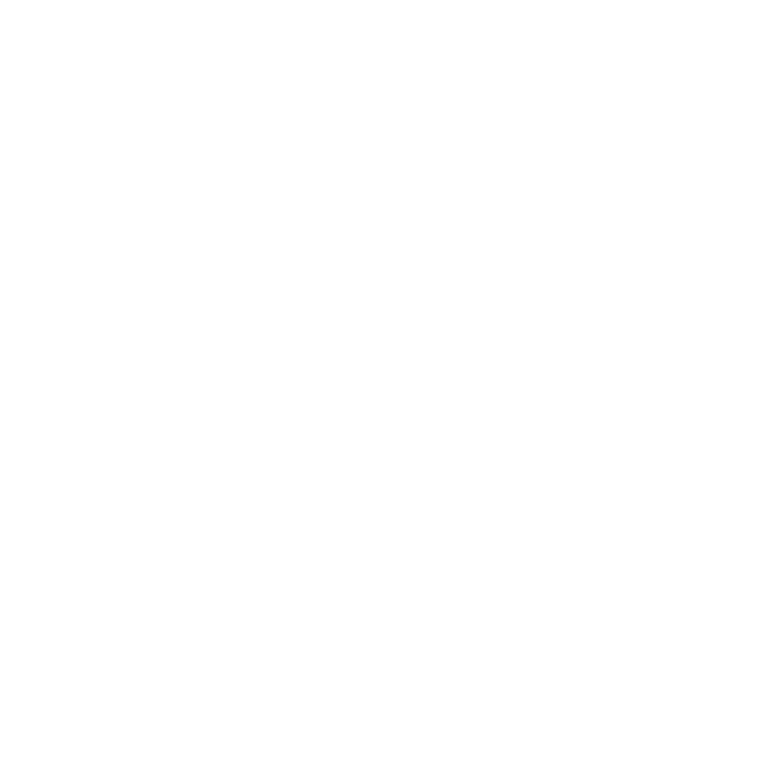
<source format=gbo>
%TF.GenerationSoftware,KiCad,Pcbnew,(5.1.9)-1*%
%TF.CreationDate,2021-08-11T17:59:35-06:00*%
%TF.ProjectId,VacuumFeedThruHDMI,56616375-756d-4466-9565-645468727548,rev?*%
%TF.SameCoordinates,Original*%
%TF.FileFunction,Legend,Bot*%
%TF.FilePolarity,Positive*%
%FSLAX46Y46*%
G04 Gerber Fmt 4.6, Leading zero omitted, Abs format (unit mm)*
G04 Created by KiCad (PCBNEW (5.1.9)-1) date 2021-08-11 17:59:35*
%MOMM*%
%LPD*%
G01*
G04 APERTURE LIST*
%ADD10C,0.300000*%
%ADD11C,0.150000*%
%ADD12O,4.500000X1.500000*%
%ADD13C,0.800000*%
%ADD14O,2.810000X2.810000*%
%ADD15O,0.920000X0.920000*%
%ADD16O,1.500000X4.500000*%
%ADD17C,10.000000*%
%ADD18C,0.254000*%
%ADD19C,0.100000*%
G04 APERTURE END LIST*
D10*
X-53192857Y48046428D02*
X-52692857Y46546428D01*
X-52192857Y48046428D01*
X-51050000Y46546428D02*
X-51050000Y47332142D01*
X-51121428Y47475000D01*
X-51264285Y47546428D01*
X-51550000Y47546428D01*
X-51692857Y47475000D01*
X-51050000Y46617857D02*
X-51192857Y46546428D01*
X-51550000Y46546428D01*
X-51692857Y46617857D01*
X-51764285Y46760714D01*
X-51764285Y46903571D01*
X-51692857Y47046428D01*
X-51550000Y47117857D01*
X-51192857Y47117857D01*
X-51050000Y47189285D01*
X-49692857Y46617857D02*
X-49835714Y46546428D01*
X-50121428Y46546428D01*
X-50264285Y46617857D01*
X-50335714Y46689285D01*
X-50407142Y46832142D01*
X-50407142Y47260714D01*
X-50335714Y47403571D01*
X-50264285Y47475000D01*
X-50121428Y47546428D01*
X-49835714Y47546428D01*
X-49692857Y47475000D01*
X-48407142Y47546428D02*
X-48407142Y46546428D01*
X-49050000Y47546428D02*
X-49050000Y46760714D01*
X-48978571Y46617857D01*
X-48835714Y46546428D01*
X-48621428Y46546428D01*
X-48478571Y46617857D01*
X-48407142Y46689285D01*
X-47050000Y47546428D02*
X-47050000Y46546428D01*
X-47692857Y47546428D02*
X-47692857Y46760714D01*
X-47621428Y46617857D01*
X-47478571Y46546428D01*
X-47264285Y46546428D01*
X-47121428Y46617857D01*
X-47050000Y46689285D01*
X-46335714Y46546428D02*
X-46335714Y47546428D01*
X-46335714Y47403571D02*
X-46264285Y47475000D01*
X-46121428Y47546428D01*
X-45907142Y47546428D01*
X-45764285Y47475000D01*
X-45692857Y47332142D01*
X-45692857Y46546428D01*
X-45692857Y47332142D02*
X-45621428Y47475000D01*
X-45478571Y47546428D01*
X-45264285Y47546428D01*
X-45121428Y47475000D01*
X-45050000Y47332142D01*
X-45050000Y46546428D01*
X-43835714Y47332142D02*
X-44335714Y47332142D01*
X-44335714Y46546428D02*
X-44335714Y48046428D01*
X-43621428Y48046428D01*
X-43264285Y48046428D02*
X-42407142Y48046428D01*
X-42835714Y46546428D02*
X-42835714Y48046428D01*
X-42264285Y46403571D02*
X-41121428Y46403571D01*
X-40764285Y46546428D02*
X-40764285Y48046428D01*
X-40764285Y47332142D02*
X-39907142Y47332142D01*
X-39907142Y46546428D02*
X-39907142Y48046428D01*
X-39192857Y46546428D02*
X-39192857Y48046428D01*
X-38835714Y48046428D01*
X-38621428Y47975000D01*
X-38478571Y47832142D01*
X-38407142Y47689285D01*
X-38335714Y47403571D01*
X-38335714Y47189285D01*
X-38407142Y46903571D01*
X-38478571Y46760714D01*
X-38621428Y46617857D01*
X-38835714Y46546428D01*
X-39192857Y46546428D01*
X-37692857Y46546428D02*
X-37692857Y48046428D01*
X-37192857Y46975000D01*
X-36692857Y48046428D01*
X-36692857Y46546428D01*
X-35978571Y46546428D02*
X-35978571Y48046428D01*
X-35621428Y46403571D02*
X-34478571Y46403571D01*
X-34335714Y48046428D02*
X-33835714Y46546428D01*
X-33335714Y48046428D01*
X-32050000Y46546428D02*
X-32907142Y46546428D01*
X-32478571Y46546428D02*
X-32478571Y48046428D01*
X-32621428Y47832142D01*
X-32764285Y47689285D01*
X-32907142Y47617857D01*
X-49407142Y44425000D02*
X-48692857Y44425000D01*
X-49550000Y43996428D02*
X-49050000Y45496428D01*
X-48550000Y43996428D01*
X-47407142Y44996428D02*
X-47407142Y43996428D01*
X-48050000Y44996428D02*
X-48050000Y44210714D01*
X-47978571Y44067857D01*
X-47835714Y43996428D01*
X-47621428Y43996428D01*
X-47478571Y44067857D01*
X-47407142Y44139285D01*
X-46050000Y44996428D02*
X-46050000Y43782142D01*
X-46121428Y43639285D01*
X-46192857Y43567857D01*
X-46335714Y43496428D01*
X-46550000Y43496428D01*
X-46692857Y43567857D01*
X-46050000Y44067857D02*
X-46192857Y43996428D01*
X-46478571Y43996428D01*
X-46621428Y44067857D01*
X-46692857Y44139285D01*
X-46764285Y44282142D01*
X-46764285Y44710714D01*
X-46692857Y44853571D01*
X-46621428Y44925000D01*
X-46478571Y44996428D01*
X-46192857Y44996428D01*
X-46050000Y44925000D01*
X-44692857Y44996428D02*
X-44692857Y43996428D01*
X-45335714Y44996428D02*
X-45335714Y44210714D01*
X-45264285Y44067857D01*
X-45121428Y43996428D01*
X-44907142Y43996428D01*
X-44764285Y44067857D01*
X-44692857Y44139285D01*
X-44050000Y44067857D02*
X-43907142Y43996428D01*
X-43621428Y43996428D01*
X-43478571Y44067857D01*
X-43407142Y44210714D01*
X-43407142Y44282142D01*
X-43478571Y44425000D01*
X-43621428Y44496428D01*
X-43835714Y44496428D01*
X-43978571Y44567857D01*
X-44050000Y44710714D01*
X-44050000Y44782142D01*
X-43978571Y44925000D01*
X-43835714Y44996428D01*
X-43621428Y44996428D01*
X-43478571Y44925000D01*
X-42978571Y44996428D02*
X-42407142Y44996428D01*
X-42764285Y45496428D02*
X-42764285Y44210714D01*
X-42692857Y44067857D01*
X-42550000Y43996428D01*
X-42407142Y43996428D01*
X-40835714Y45353571D02*
X-40764285Y45425000D01*
X-40621428Y45496428D01*
X-40264285Y45496428D01*
X-40121428Y45425000D01*
X-40050000Y45353571D01*
X-39978571Y45210714D01*
X-39978571Y45067857D01*
X-40050000Y44853571D01*
X-40907142Y43996428D01*
X-39978571Y43996428D01*
X-39050000Y45496428D02*
X-38907142Y45496428D01*
X-38764285Y45425000D01*
X-38692857Y45353571D01*
X-38621428Y45210714D01*
X-38550000Y44925000D01*
X-38550000Y44567857D01*
X-38621428Y44282142D01*
X-38692857Y44139285D01*
X-38764285Y44067857D01*
X-38907142Y43996428D01*
X-39050000Y43996428D01*
X-39192857Y44067857D01*
X-39264285Y44139285D01*
X-39335714Y44282142D01*
X-39407142Y44567857D01*
X-39407142Y44925000D01*
X-39335714Y45210714D01*
X-39264285Y45353571D01*
X-39192857Y45425000D01*
X-39050000Y45496428D01*
X-37978571Y45353571D02*
X-37907142Y45425000D01*
X-37764285Y45496428D01*
X-37407142Y45496428D01*
X-37264285Y45425000D01*
X-37192857Y45353571D01*
X-37121428Y45210714D01*
X-37121428Y45067857D01*
X-37192857Y44853571D01*
X-38050000Y43996428D01*
X-37121428Y43996428D01*
X-35692857Y43996428D02*
X-36550000Y43996428D01*
X-36121428Y43996428D02*
X-36121428Y45496428D01*
X-36264285Y45282142D01*
X-36407142Y45139285D01*
X-36550000Y45067857D01*
X-51407142Y41446428D02*
X-51907142Y42160714D01*
X-52264285Y41446428D02*
X-52264285Y42946428D01*
X-51692857Y42946428D01*
X-51550000Y42875000D01*
X-51478571Y42803571D01*
X-51407142Y42660714D01*
X-51407142Y42446428D01*
X-51478571Y42303571D01*
X-51550000Y42232142D01*
X-51692857Y42160714D01*
X-52264285Y42160714D01*
X-50907142Y42446428D02*
X-50550000Y41446428D01*
X-50192857Y42446428D02*
X-50550000Y41446428D01*
X-50692857Y41089285D01*
X-50764285Y41017857D01*
X-50907142Y40946428D01*
X-48978571Y41446428D02*
X-48978571Y42232142D01*
X-49050000Y42375000D01*
X-49192857Y42446428D01*
X-49478571Y42446428D01*
X-49621428Y42375000D01*
X-48978571Y41517857D02*
X-49121428Y41446428D01*
X-49478571Y41446428D01*
X-49621428Y41517857D01*
X-49692857Y41660714D01*
X-49692857Y41803571D01*
X-49621428Y41946428D01*
X-49478571Y42017857D01*
X-49121428Y42017857D01*
X-48978571Y42089285D01*
X-48264285Y42446428D02*
X-48264285Y41446428D01*
X-48264285Y42303571D02*
X-48192857Y42375000D01*
X-48050000Y42446428D01*
X-47835714Y42446428D01*
X-47692857Y42375000D01*
X-47621428Y42232142D01*
X-47621428Y41446428D01*
X-45764285Y41446428D02*
X-45764285Y42946428D01*
X-45264285Y41875000D01*
X-44764285Y42946428D01*
X-44764285Y41446428D01*
X-43835714Y41446428D02*
X-43978571Y41517857D01*
X-44050000Y41589285D01*
X-44121428Y41732142D01*
X-44121428Y42160714D01*
X-44050000Y42303571D01*
X-43978571Y42375000D01*
X-43835714Y42446428D01*
X-43621428Y42446428D01*
X-43478571Y42375000D01*
X-43407142Y42303571D01*
X-43335714Y42160714D01*
X-43335714Y41732142D01*
X-43407142Y41589285D01*
X-43478571Y41517857D01*
X-43621428Y41446428D01*
X-43835714Y41446428D01*
X-42692857Y41446428D02*
X-42692857Y42446428D01*
X-42692857Y42160714D02*
X-42621428Y42303571D01*
X-42550000Y42375000D01*
X-42407142Y42446428D01*
X-42264285Y42446428D01*
X-41121428Y42446428D02*
X-41121428Y41232142D01*
X-41192857Y41089285D01*
X-41264285Y41017857D01*
X-41407142Y40946428D01*
X-41621428Y40946428D01*
X-41764285Y41017857D01*
X-41121428Y41517857D02*
X-41264285Y41446428D01*
X-41550000Y41446428D01*
X-41692857Y41517857D01*
X-41764285Y41589285D01*
X-41835714Y41732142D01*
X-41835714Y42160714D01*
X-41764285Y42303571D01*
X-41692857Y42375000D01*
X-41550000Y42446428D01*
X-41264285Y42446428D01*
X-41121428Y42375000D01*
X-39835714Y41517857D02*
X-39978571Y41446428D01*
X-40264285Y41446428D01*
X-40407142Y41517857D01*
X-40478571Y41660714D01*
X-40478571Y42232142D01*
X-40407142Y42375000D01*
X-40264285Y42446428D01*
X-39978571Y42446428D01*
X-39835714Y42375000D01*
X-39764285Y42232142D01*
X-39764285Y42089285D01*
X-40478571Y41946428D01*
X-39121428Y42446428D02*
X-39121428Y41446428D01*
X-39121428Y42303571D02*
X-39050000Y42375000D01*
X-38907142Y42446428D01*
X-38692857Y42446428D01*
X-38550000Y42375000D01*
X-38478571Y42232142D01*
X-38478571Y41446428D01*
X-37835714Y41517857D02*
X-37692857Y41446428D01*
X-37407142Y41446428D01*
X-37264285Y41517857D01*
X-37192857Y41660714D01*
X-37192857Y41732142D01*
X-37264285Y41875000D01*
X-37407142Y41946428D01*
X-37621428Y41946428D01*
X-37764285Y42017857D01*
X-37835714Y42160714D01*
X-37835714Y42232142D01*
X-37764285Y42375000D01*
X-37621428Y42446428D01*
X-37407142Y42446428D01*
X-37264285Y42375000D01*
X-36764285Y42446428D02*
X-36192857Y42446428D01*
X-36550000Y42946428D02*
X-36550000Y41660714D01*
X-36478571Y41517857D01*
X-36335714Y41446428D01*
X-36192857Y41446428D01*
X-35121428Y41517857D02*
X-35264285Y41446428D01*
X-35550000Y41446428D01*
X-35692857Y41517857D01*
X-35764285Y41660714D01*
X-35764285Y42232142D01*
X-35692857Y42375000D01*
X-35550000Y42446428D01*
X-35264285Y42446428D01*
X-35121428Y42375000D01*
X-35050000Y42232142D01*
X-35050000Y42089285D01*
X-35764285Y41946428D01*
X-34407142Y41446428D02*
X-34407142Y42446428D01*
X-34407142Y42160714D02*
X-34335714Y42303571D01*
X-34264285Y42375000D01*
X-34121428Y42446428D01*
X-33978571Y42446428D01*
X-33478571Y42446428D02*
X-33478571Y41446428D01*
X-33478571Y42303571D02*
X-33407142Y42375000D01*
X-33264285Y42446428D01*
X-33050000Y42446428D01*
X-32907142Y42375000D01*
X-32835714Y42232142D01*
X-32835714Y41446428D01*
X-49692857Y40396428D02*
X-49192857Y38896428D01*
X-48692857Y40396428D01*
X-47550000Y38896428D02*
X-47550000Y39682142D01*
X-47621428Y39825000D01*
X-47764285Y39896428D01*
X-48050000Y39896428D01*
X-48192857Y39825000D01*
X-47550000Y38967857D02*
X-47692857Y38896428D01*
X-48050000Y38896428D01*
X-48192857Y38967857D01*
X-48264285Y39110714D01*
X-48264285Y39253571D01*
X-48192857Y39396428D01*
X-48050000Y39467857D01*
X-47692857Y39467857D01*
X-47550000Y39539285D01*
X-46192857Y38967857D02*
X-46335714Y38896428D01*
X-46621428Y38896428D01*
X-46764285Y38967857D01*
X-46835714Y39039285D01*
X-46907142Y39182142D01*
X-46907142Y39610714D01*
X-46835714Y39753571D01*
X-46764285Y39825000D01*
X-46621428Y39896428D01*
X-46335714Y39896428D01*
X-46192857Y39825000D01*
X-44907142Y39896428D02*
X-44907142Y38896428D01*
X-45550000Y39896428D02*
X-45550000Y39110714D01*
X-45478571Y38967857D01*
X-45335714Y38896428D01*
X-45121428Y38896428D01*
X-44978571Y38967857D01*
X-44907142Y39039285D01*
X-43550000Y39896428D02*
X-43550000Y38896428D01*
X-44192857Y39896428D02*
X-44192857Y39110714D01*
X-44121428Y38967857D01*
X-43978571Y38896428D01*
X-43764285Y38896428D01*
X-43621428Y38967857D01*
X-43550000Y39039285D01*
X-42835714Y38896428D02*
X-42835714Y39896428D01*
X-42835714Y39753571D02*
X-42764285Y39825000D01*
X-42621428Y39896428D01*
X-42407142Y39896428D01*
X-42264285Y39825000D01*
X-42192857Y39682142D01*
X-42192857Y38896428D01*
X-42192857Y39682142D02*
X-42121428Y39825000D01*
X-41978571Y39896428D01*
X-41764285Y39896428D01*
X-41621428Y39825000D01*
X-41550000Y39682142D01*
X-41550000Y38896428D01*
X-39764285Y38967857D02*
X-39550000Y38896428D01*
X-39192857Y38896428D01*
X-39050000Y38967857D01*
X-38978571Y39039285D01*
X-38907142Y39182142D01*
X-38907142Y39325000D01*
X-38978571Y39467857D01*
X-39050000Y39539285D01*
X-39192857Y39610714D01*
X-39478571Y39682142D01*
X-39621428Y39753571D01*
X-39692857Y39825000D01*
X-39764285Y39967857D01*
X-39764285Y40110714D01*
X-39692857Y40253571D01*
X-39621428Y40325000D01*
X-39478571Y40396428D01*
X-39121428Y40396428D01*
X-38907142Y40325000D01*
X-38264285Y38896428D02*
X-38264285Y39896428D01*
X-38264285Y40396428D02*
X-38335714Y40325000D01*
X-38264285Y40253571D01*
X-38192857Y40325000D01*
X-38264285Y40396428D01*
X-38264285Y40253571D01*
X-36907142Y38896428D02*
X-36907142Y40396428D01*
X-36907142Y38967857D02*
X-37050000Y38896428D01*
X-37335714Y38896428D01*
X-37478571Y38967857D01*
X-37550000Y39039285D01*
X-37621428Y39182142D01*
X-37621428Y39610714D01*
X-37550000Y39753571D01*
X-37478571Y39825000D01*
X-37335714Y39896428D01*
X-37050000Y39896428D01*
X-36907142Y39825000D01*
X-35621428Y38967857D02*
X-35764285Y38896428D01*
X-36050000Y38896428D01*
X-36192857Y38967857D01*
X-36264285Y39110714D01*
X-36264285Y39682142D01*
X-36192857Y39825000D01*
X-36050000Y39896428D01*
X-35764285Y39896428D01*
X-35621428Y39825000D01*
X-35550000Y39682142D01*
X-35550000Y39539285D01*
X-36264285Y39396428D01*
D11*
%TO.C,M3*%
X9080000Y-12960000D02*
X-8080000Y-12960000D01*
X9080000Y-9940000D02*
X9080000Y-12960000D01*
X-9080000Y-9940000D02*
X9080000Y-9940000D01*
X-9080000Y-11960000D02*
X-9080000Y-9940000D01*
X-8080000Y-12960000D02*
X-9080000Y-11960000D01*
%TO.C,M1*%
X9080000Y11040000D02*
X-8080000Y11040000D01*
X9080000Y14060000D02*
X9080000Y11040000D01*
X-9080000Y14060000D02*
X9080000Y14060000D01*
X-9080000Y12040000D02*
X-9080000Y14060000D01*
X-8080000Y11040000D02*
X-9080000Y12040000D01*
%TO.C,M2*%
X9080000Y-960000D02*
X-8080000Y-960000D01*
X9080000Y2060000D02*
X9080000Y-960000D01*
X-9080000Y2060000D02*
X9080000Y2060000D01*
X-9080000Y40000D02*
X-9080000Y2060000D01*
X-8080000Y-960000D02*
X-9080000Y40000D01*
%TO.C,M3*%
X971428Y-9282857D02*
X971428Y-8082857D01*
X571428Y-8940000D01*
X171428Y-8082857D01*
X171428Y-9282857D01*
X-285714Y-8082857D02*
X-1028571Y-8082857D01*
X-628571Y-8540000D01*
X-800000Y-8540000D01*
X-914285Y-8597142D01*
X-971428Y-8654285D01*
X-1028571Y-8768571D01*
X-1028571Y-9054285D01*
X-971428Y-9168571D01*
X-914285Y-9225714D01*
X-800000Y-9282857D01*
X-457142Y-9282857D01*
X-342857Y-9225714D01*
X-285714Y-9168571D01*
X-7905714Y-14442380D02*
X-7334285Y-14442380D01*
X-7619999Y-14442380D02*
X-7619999Y-13442380D01*
X-7524761Y-13585238D01*
X-7429523Y-13680476D01*
X-7334285Y-13728095D01*
%TO.C,M1*%
X971428Y14717142D02*
X971428Y15917142D01*
X571428Y15060000D01*
X171428Y15917142D01*
X171428Y14717142D01*
X-1028571Y14717142D02*
X-342857Y14717142D01*
X-685714Y14717142D02*
X-685714Y15917142D01*
X-571428Y15745714D01*
X-457142Y15631428D01*
X-342857Y15574285D01*
X-7905714Y9557619D02*
X-7334285Y9557619D01*
X-7619999Y9557619D02*
X-7619999Y10557619D01*
X-7524761Y10414761D01*
X-7429523Y10319523D01*
X-7334285Y10271904D01*
%TO.C,M2*%
X971428Y2717142D02*
X971428Y3917142D01*
X571428Y3060000D01*
X171428Y3917142D01*
X171428Y2717142D01*
X-342857Y3802857D02*
X-400000Y3860000D01*
X-514285Y3917142D01*
X-800000Y3917142D01*
X-914285Y3860000D01*
X-971428Y3802857D01*
X-1028571Y3688571D01*
X-1028571Y3574285D01*
X-971428Y3402857D01*
X-285714Y2717142D01*
X-1028571Y2717142D01*
X-7905714Y-2442380D02*
X-7334285Y-2442380D01*
X-7619999Y-2442380D02*
X-7619999Y-1442380D01*
X-7524761Y-1585238D01*
X-7429523Y-1680476D01*
X-7334285Y-1728095D01*
%TD*%
%LPC*%
D12*
%TO.C,J9*%
X16000000Y-56250000D03*
X16000000Y-69750000D03*
D13*
X15100000Y-58500000D03*
X16900000Y-59000000D03*
X15100000Y-59500000D03*
X16900000Y-60000000D03*
X15100000Y-60500000D03*
X16900000Y-61000000D03*
X15100000Y-61500000D03*
X16900000Y-62000000D03*
X15100000Y-62500000D03*
X16900000Y-63000000D03*
X15100000Y-63500000D03*
X16900000Y-64000000D03*
X15100000Y-64500000D03*
X16900000Y-65000000D03*
X15100000Y-65500000D03*
X16900000Y-66000000D03*
X15100000Y-66500000D03*
X16900000Y-67000000D03*
X15100000Y-67500000D03*
%TD*%
D14*
%TO.C,M3*%
X-12275000Y-11450000D03*
X12275000Y-11450000D03*
D15*
X7620000Y-12000000D03*
X6985000Y-10900000D03*
X6350000Y-12000000D03*
X5715000Y-10900000D03*
X5080000Y-12000000D03*
X4445000Y-10900000D03*
X3810000Y-12000000D03*
X3175000Y-10900000D03*
X2540000Y-12000000D03*
X1905000Y-10900000D03*
X1270000Y-12000000D03*
X635000Y-10900000D03*
X0Y-12000000D03*
X-635000Y-10900000D03*
X-1270000Y-12000000D03*
X-1905000Y-10900000D03*
X-2540000Y-12000000D03*
X-3175000Y-10900000D03*
X-3810000Y-12000000D03*
X-4445000Y-10900000D03*
X-5080000Y-12000000D03*
X-5715000Y-10900000D03*
X-6350000Y-12000000D03*
X-6985000Y-10900000D03*
X-7620000Y-12000000D03*
%TD*%
D12*
%TO.C,J7*%
X-16000000Y-56250000D03*
X-16000000Y-69750000D03*
D13*
X-16900000Y-58500000D03*
X-15100000Y-59000000D03*
X-16900000Y-59500000D03*
X-15100000Y-60000000D03*
X-16900000Y-60500000D03*
X-15100000Y-61000000D03*
X-16900000Y-61500000D03*
X-15100000Y-62000000D03*
X-16900000Y-62500000D03*
X-15100000Y-63000000D03*
X-16900000Y-63500000D03*
X-15100000Y-64000000D03*
X-16900000Y-64500000D03*
X-15100000Y-65000000D03*
X-16900000Y-65500000D03*
X-15100000Y-66000000D03*
X-16900000Y-66500000D03*
X-15100000Y-67000000D03*
X-16900000Y-67500000D03*
%TD*%
D12*
%TO.C,J8*%
X0Y-56250000D03*
X0Y-69750000D03*
D13*
X-900000Y-58500000D03*
X900000Y-59000000D03*
X-900000Y-59500000D03*
X900000Y-60000000D03*
X-900000Y-60500000D03*
X900000Y-61000000D03*
X-900000Y-61500000D03*
X900000Y-62000000D03*
X-900000Y-62500000D03*
X900000Y-63000000D03*
X-900000Y-63500000D03*
X900000Y-64000000D03*
X-900000Y-64500000D03*
X900000Y-65000000D03*
X-900000Y-65500000D03*
X900000Y-66000000D03*
X-900000Y-66500000D03*
X900000Y-67000000D03*
X-900000Y-67500000D03*
%TD*%
D14*
%TO.C,M1*%
X-12275000Y12550000D03*
X12275000Y12550000D03*
D15*
X7620000Y12000000D03*
X6985000Y13100000D03*
X6350000Y12000000D03*
X5715000Y13100000D03*
X5080000Y12000000D03*
X4445000Y13100000D03*
X3810000Y12000000D03*
X3175000Y13100000D03*
X2540000Y12000000D03*
X1905000Y13100000D03*
X1270000Y12000000D03*
X635000Y13100000D03*
X0Y12000000D03*
X-635000Y13100000D03*
X-1270000Y12000000D03*
X-1905000Y13100000D03*
X-2540000Y12000000D03*
X-3175000Y13100000D03*
X-3810000Y12000000D03*
X-4445000Y13100000D03*
X-5080000Y12000000D03*
X-5715000Y13100000D03*
X-6350000Y12000000D03*
X-6985000Y13100000D03*
X-7620000Y12000000D03*
%TD*%
D12*
%TO.C,J3*%
X16000000Y56250000D03*
X16000000Y69750000D03*
D13*
X16900000Y58500000D03*
X15100000Y59000000D03*
X16900000Y59500000D03*
X15100000Y60000000D03*
X16900000Y60500000D03*
X15100000Y61000000D03*
X16900000Y61500000D03*
X15100000Y62000000D03*
X16900000Y62500000D03*
X15100000Y63000000D03*
X16900000Y63500000D03*
X15100000Y64000000D03*
X16900000Y64500000D03*
X15100000Y65000000D03*
X16900000Y65500000D03*
X15100000Y66000000D03*
X16900000Y66500000D03*
X15100000Y67000000D03*
X16900000Y67500000D03*
%TD*%
D12*
%TO.C,J1*%
X-16000000Y56250000D03*
X-16000000Y69750000D03*
D13*
X-15100000Y58500000D03*
X-16900000Y59000000D03*
X-15100000Y59500000D03*
X-16900000Y60000000D03*
X-15100000Y60500000D03*
X-16900000Y61000000D03*
X-15100000Y61500000D03*
X-16900000Y62000000D03*
X-15100000Y62500000D03*
X-16900000Y63000000D03*
X-15100000Y63500000D03*
X-16900000Y64000000D03*
X-15100000Y64500000D03*
X-16900000Y65000000D03*
X-15100000Y65500000D03*
X-16900000Y66000000D03*
X-15100000Y66500000D03*
X-16900000Y67000000D03*
X-15100000Y67500000D03*
%TD*%
D12*
%TO.C,J2*%
X0Y56250000D03*
X0Y69750000D03*
D13*
X900000Y58500000D03*
X-900000Y59000000D03*
X900000Y59500000D03*
X-900000Y60000000D03*
X900000Y60500000D03*
X-900000Y61000000D03*
X900000Y61500000D03*
X-900000Y62000000D03*
X900000Y62500000D03*
X-900000Y63000000D03*
X900000Y63500000D03*
X-900000Y64000000D03*
X900000Y64500000D03*
X-900000Y65000000D03*
X900000Y65500000D03*
X-900000Y66000000D03*
X900000Y66500000D03*
X-900000Y67000000D03*
X900000Y67500000D03*
%TD*%
D14*
%TO.C,M2*%
X-12275000Y550000D03*
X12275000Y550000D03*
D15*
X7620000Y0D03*
X6985000Y1100000D03*
X6350000Y0D03*
X5715000Y1100000D03*
X5080000Y0D03*
X4445000Y1100000D03*
X3810000Y0D03*
X3175000Y1100000D03*
X2540000Y0D03*
X1905000Y1100000D03*
X1270000Y0D03*
X635000Y1100000D03*
X0Y0D03*
X-635000Y1100000D03*
X-1270000Y0D03*
X-1905000Y1100000D03*
X-2540000Y0D03*
X-3175000Y1100000D03*
X-3810000Y0D03*
X-4445000Y1100000D03*
X-5080000Y0D03*
X-5715000Y1100000D03*
X-6350000Y0D03*
X-6985000Y1100000D03*
X-7620000Y0D03*
%TD*%
D16*
%TO.C,J6*%
X-74750000Y16000000D03*
X-61250000Y16000000D03*
D13*
X-72500000Y15100000D03*
X-72000000Y16900000D03*
X-71500000Y15100000D03*
X-71000000Y16900000D03*
X-70500000Y15100000D03*
X-70000000Y16900000D03*
X-69500000Y15100000D03*
X-69000000Y16900000D03*
X-68500000Y15100000D03*
X-68000000Y16900000D03*
X-67500000Y15100000D03*
X-67000000Y16900000D03*
X-66500000Y15100000D03*
X-66000000Y16900000D03*
X-65500000Y15100000D03*
X-65000000Y16900000D03*
X-64500000Y15100000D03*
X-64000000Y16900000D03*
X-63500000Y15100000D03*
%TD*%
D16*
%TO.C,J4*%
X-74750000Y-16000000D03*
X-61250000Y-16000000D03*
D13*
X-72500000Y-16900000D03*
X-72000000Y-15100000D03*
X-71500000Y-16900000D03*
X-71000000Y-15100000D03*
X-70500000Y-16900000D03*
X-70000000Y-15100000D03*
X-69500000Y-16900000D03*
X-69000000Y-15100000D03*
X-68500000Y-16900000D03*
X-68000000Y-15100000D03*
X-67500000Y-16900000D03*
X-67000000Y-15100000D03*
X-66500000Y-16900000D03*
X-66000000Y-15100000D03*
X-65500000Y-16900000D03*
X-65000000Y-15100000D03*
X-64500000Y-16900000D03*
X-64000000Y-15100000D03*
X-63500000Y-16900000D03*
%TD*%
D16*
%TO.C,J5*%
X-74750000Y0D03*
X-61250000Y0D03*
D13*
X-72500000Y-900000D03*
X-72000000Y900000D03*
X-71500000Y-900000D03*
X-71000000Y900000D03*
X-70500000Y-900000D03*
X-70000000Y900000D03*
X-69500000Y-900000D03*
X-69000000Y900000D03*
X-68500000Y-900000D03*
X-68000000Y900000D03*
X-67500000Y-900000D03*
X-67000000Y900000D03*
X-66500000Y-900000D03*
X-66000000Y900000D03*
X-65500000Y-900000D03*
X-65000000Y900000D03*
X-64500000Y-900000D03*
X-64000000Y900000D03*
X-63500000Y-900000D03*
%TD*%
D17*
%TO.C,M2*%
X15795259Y-38133128D03*
X38133128Y-15795259D03*
X38133128Y15795259D03*
X15795259Y38133128D03*
X-15795259Y38133128D03*
X-38133128Y15795259D03*
X-38133128Y-15795259D03*
X-15795259Y-38133128D03*
%TD*%
D18*
X60000000Y40000000D02*
X60000000Y-40000000D01*
X23000000Y-77000000D01*
X-23000000Y-77000000D01*
X-82000000Y-23000000D01*
X-82000000Y23000000D01*
X-23000000Y77000000D01*
X23000000Y77000000D01*
X60000000Y40000000D01*
D19*
G36*
X60000000Y40000000D02*
G01*
X60000000Y-40000000D01*
X23000000Y-77000000D01*
X-23000000Y-77000000D01*
X-82000000Y-23000000D01*
X-82000000Y23000000D01*
X-23000000Y77000000D01*
X23000000Y77000000D01*
X60000000Y40000000D01*
G37*
M02*

</source>
